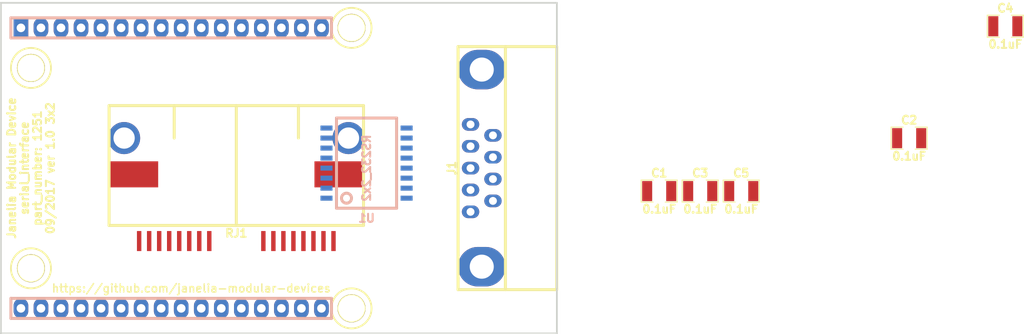
<source format=kicad_pcb>
(kicad_pcb (version 20170123) (host pcbnew no-vcs-found-66b654f~60~ubuntu16.04.1)

  (general
    (thickness 1.6)
    (drawings 6)
    (tracks 0)
    (zones 0)
    (modules 9)
    (nets 32)
  )

  (page A4)
  (title_block
    (title serial_interface_3x2)
    (rev 1.0)
  )

  (layers
    (0 F.Cu signal)
    (31 B.Cu signal)
    (32 B.Adhes user)
    (33 F.Adhes user)
    (34 B.Paste user)
    (35 F.Paste user)
    (36 B.SilkS user)
    (37 F.SilkS user)
    (38 B.Mask user)
    (39 F.Mask user)
    (40 Dwgs.User user hide)
    (41 Cmts.User user)
    (42 Eco1.User user)
    (43 Eco2.User user)
    (44 Edge.Cuts user)
    (45 Margin user)
    (46 B.CrtYd user)
    (47 F.CrtYd user)
    (48 B.Fab user)
    (49 F.Fab user hide)
  )

  (setup
    (last_trace_width 0.25)
    (trace_clearance 0.0254)
    (zone_clearance 0.2032)
    (zone_45_only no)
    (trace_min 0.254)
    (segment_width 0.2286)
    (edge_width 0.2286)
    (via_size 0.889)
    (via_drill 0.635)
    (via_min_size 0.889)
    (via_min_drill 0.508)
    (uvia_size 0.508)
    (uvia_drill 0.127)
    (uvias_allowed no)
    (uvia_min_size 0.508)
    (uvia_min_drill 0.127)
    (pcb_text_width 0.3)
    (pcb_text_size 1.5 1.5)
    (mod_edge_width 0.381)
    (mod_text_size 1 1)
    (mod_text_width 0.15)
    (pad_size 1.016 4.4958)
    (pad_drill 0)
    (pad_to_mask_clearance 0)
    (aux_axis_origin 0 0)
    (visible_elements FFFFF77F)
    (pcbplotparams
      (layerselection 0x000f0_ffffffff)
      (usegerberextensions true)
      (usegerberattributes true)
      (usegerberadvancedattributes true)
      (creategerberjobfile true)
      (excludeedgelayer false)
      (linewidth 0.100000)
      (plotframeref false)
      (viasonmask false)
      (mode 1)
      (useauxorigin false)
      (hpglpennumber 1)
      (hpglpenspeed 20)
      (hpglpendiameter 15)
      (psnegative false)
      (psa4output false)
      (plotreference true)
      (plotvalue true)
      (plotinvisibletext false)
      (padsonsilk false)
      (subtractmaskfromsilk true)
      (outputformat 1)
      (mirror false)
      (drillshape 0)
      (scaleselection 1)
      (outputdirectory gerbers/))
  )

  (net 0 "")
  (net 1 "Net-(C1-Pad2)")
  (net 2 "Net-(C1-Pad1)")
  (net 3 "Net-(C2-Pad1)")
  (net 4 "Net-(C2-Pad2)")
  (net 5 "Net-(C3-Pad1)")
  (net 6 GND)
  (net 7 "Net-(C4-Pad1)")
  (net 8 +3V3)
  (net 9 /TD)
  (net 10 /RD)
  (net 11 /TX2)
  (net 12 /RX2)
  (net 13 "Net-(U1-Pad7)")
  (net 14 "Net-(U1-Pad8)")
  (net 15 "Net-(U1-Pad9)")
  (net 16 "Net-(RJ1-Pad16)")
  (net 17 "Net-(RJ1-Pad15)")
  (net 18 "Net-(RJ1-Pad14)")
  (net 19 "Net-(RJ1-Pad13)")
  (net 20 "Net-(RJ1-Pad12)")
  (net 21 "Net-(RJ1-Pad11)")
  (net 22 "Net-(RJ1-Pad10)")
  (net 23 "Net-(RJ1-Pad9)")
  (net 24 "Net-(RJ1-Pad8)")
  (net 25 "Net-(RJ1-Pad7)")
  (net 26 "Net-(RJ1-Pad6)")
  (net 27 "Net-(RJ1-Pad5)")
  (net 28 "Net-(RJ1-Pad4)")
  (net 29 "Net-(RJ1-Pad3)")
  (net 30 "Net-(RJ1-Pad2)")
  (net 31 "Net-(RJ1-Pad1)")

  (net_class Default "This is the default net class."
    (clearance 0.0254)
    (trace_width 0.25)
    (via_dia 0.889)
    (via_drill 0.635)
    (uvia_dia 0.508)
    (uvia_drill 0.127)
    (add_net +3V3)
    (add_net /RD)
    (add_net /RX2)
    (add_net /TD)
    (add_net /TX2)
    (add_net GND)
    (add_net "Net-(C1-Pad1)")
    (add_net "Net-(C1-Pad2)")
    (add_net "Net-(C2-Pad1)")
    (add_net "Net-(C2-Pad2)")
    (add_net "Net-(C3-Pad1)")
    (add_net "Net-(C4-Pad1)")
    (add_net "Net-(RJ1-Pad1)")
    (add_net "Net-(RJ1-Pad10)")
    (add_net "Net-(RJ1-Pad11)")
    (add_net "Net-(RJ1-Pad12)")
    (add_net "Net-(RJ1-Pad13)")
    (add_net "Net-(RJ1-Pad14)")
    (add_net "Net-(RJ1-Pad15)")
    (add_net "Net-(RJ1-Pad16)")
    (add_net "Net-(RJ1-Pad2)")
    (add_net "Net-(RJ1-Pad3)")
    (add_net "Net-(RJ1-Pad4)")
    (add_net "Net-(RJ1-Pad5)")
    (add_net "Net-(RJ1-Pad6)")
    (add_net "Net-(RJ1-Pad7)")
    (add_net "Net-(RJ1-Pad8)")
    (add_net "Net-(RJ1-Pad9)")
    (add_net "Net-(U1-Pad7)")
    (add_net "Net-(U1-Pad8)")
    (add_net "Net-(U1-Pad9)")
  )

  (net_class GND ""
    (clearance 0.1016)
    (trace_width 0.4064)
    (via_dia 0.889)
    (via_drill 0.635)
    (uvia_dia 0.508)
    (uvia_drill 0.127)
    (diff_pair_gap 0.254)
    (diff_pair_width 0.254)
  )

  (net_class LEDPOWER ""
    (clearance 0.254)
    (trace_width 0.6096)
    (via_dia 0.889)
    (via_drill 0.635)
    (uvia_dia 0.508)
    (uvia_drill 0.127)
    (diff_pair_gap 0.254)
    (diff_pair_width 0.254)
  )

  (net_class POWER ""
    (clearance 0.254)
    (trace_width 0.8128)
    (via_dia 0.889)
    (via_drill 0.635)
    (uvia_dia 0.508)
    (uvia_drill 0.127)
    (diff_pair_gap 0.254)
    (diff_pair_width 0.254)
  )

  (net_class SIGNAL ""
    (clearance 0.1016)
    (trace_width 0.4064)
    (via_dia 0.889)
    (via_drill 0.635)
    (uvia_dia 0.508)
    (uvia_drill 0.127)
    (diff_pair_gap 0.254)
    (diff_pair_width 0.254)
  )

  (net_class SUPERPOWER ""
    (clearance 0.254)
    (trace_width 1.2192)
    (via_dia 0.889)
    (via_drill 0.635)
    (uvia_dia 0.508)
    (uvia_drill 0.127)
    (diff_pair_gap 0.254)
    (diff_pair_width 0.254)
  )

  (module serial_interface_3x2:SOIC_16 (layer B.Cu) (tedit 59BC1750) (tstamp 59BCACCA)
    (at 132.08 88.9)
    (path /59BC4175)
    (solder_mask_margin 0.1016)
    (clearance 0.1016)
    (fp_text reference U1 (at 0 6.35) (layer B.SilkS)
      (effects (font (size 1.016 1.016) (thickness 0.254)) (justify mirror))
    )
    (fp_text value RS232_2x2 (at 0 0 270) (layer B.SilkS)
      (effects (font (size 1.016 1.016) (thickness 0.254)) (justify mirror))
    )
    (fp_line (start 3.81 5.08) (end -3.81 5.08) (layer B.SilkS) (width 0.381))
    (fp_line (start 3.81 -6.35) (end 3.81 5.08) (layer B.SilkS) (width 0.381))
    (fp_line (start -3.81 -6.35) (end 3.81 -6.35) (layer B.SilkS) (width 0.381))
    (fp_line (start -3.81 5.08) (end -3.81 -6.35) (layer B.SilkS) (width 0.381))
    (fp_circle (center -2.54 3.81) (end -2.54 4.445) (layer B.SilkS) (width 0.381))
    (pad 16 smd rect (at 5.08 3.81) (size 1.524 0.635) (layers B.Cu B.Paste B.Mask)
      (net 8 +3V3))
    (pad 15 smd rect (at 5.08 2.54) (size 1.524 0.635) (layers B.Cu B.Paste B.Mask)
      (net 6 GND))
    (pad 14 smd rect (at 5.08 1.27) (size 1.524 0.635) (layers B.Cu B.Paste B.Mask)
      (net 9 /TD))
    (pad 13 smd rect (at 5.08 0) (size 1.524 0.635) (layers B.Cu B.Paste B.Mask)
      (net 10 /RD))
    (pad 12 smd rect (at 5.08 -1.27) (size 1.524 0.635) (layers B.Cu B.Paste B.Mask)
      (net 12 /RX2))
    (pad 11 smd rect (at 5.08 -2.54) (size 1.524 0.635) (layers B.Cu B.Paste B.Mask)
      (net 11 /TX2))
    (pad 10 smd rect (at 5.08 -3.81) (size 1.524 0.635) (layers B.Cu B.Paste B.Mask)
      (net 6 GND))
    (pad 9 smd rect (at 5.08 -5.08) (size 1.524 0.635) (layers B.Cu B.Paste B.Mask)
      (net 15 "Net-(U1-Pad9)"))
    (pad 8 smd rect (at -5.08 -5.08) (size 1.524 0.635) (layers B.Cu B.Paste B.Mask)
      (net 14 "Net-(U1-Pad8)"))
    (pad 7 smd rect (at -5.08 -3.81) (size 1.524 0.635) (layers B.Cu B.Paste B.Mask)
      (net 13 "Net-(U1-Pad7)"))
    (pad 6 smd rect (at -5.08 -2.54) (size 1.524 0.635) (layers B.Cu B.Paste B.Mask)
      (net 7 "Net-(C4-Pad1)"))
    (pad 5 smd rect (at -5.08 -1.27) (size 1.524 0.635) (layers B.Cu B.Paste B.Mask)
      (net 4 "Net-(C2-Pad2)"))
    (pad 4 smd rect (at -5.08 0) (size 1.524 0.635) (layers B.Cu B.Paste B.Mask)
      (net 3 "Net-(C2-Pad1)"))
    (pad 3 smd rect (at -5.08 1.27) (size 1.524 0.635) (layers B.Cu B.Paste B.Mask)
      (net 1 "Net-(C1-Pad2)"))
    (pad 2 smd rect (at -5.08 2.54) (size 1.524 0.635) (layers B.Cu B.Paste B.Mask)
      (net 5 "Net-(C3-Pad1)"))
    (pad 1 smd rect (at -5.08 3.81) (size 1.524 0.635) (layers B.Cu B.Paste B.Mask)
      (net 2 "Net-(C1-Pad1)"))
  )

  (module serial_interface_3x2:MODULAR_DEVICE_BASE_3X2_MALE (layer F.Cu) (tedit 59284650) (tstamp 589B69A7)
    (at 107.315 88.9)
    (path /589B6745)
    (fp_text reference MDB1 (at 0 0) (layer F.SilkS) hide
      (effects (font (size 1.016 1.016) (thickness 0.254)))
    )
    (fp_text value MODULAR_DEVICE_BASE_3X2_MALE (at 0 2.54) (layer F.SilkS) hide
      (effects (font (thickness 0.3048)))
    )
    (fp_line (start 48.895 -20.955) (end -21.59 -20.955) (layer F.Fab) (width 0.2286))
    (fp_line (start 48.895 20.955) (end 48.895 -20.955) (layer F.Fab) (width 0.2286))
    (fp_line (start -21.59 20.955) (end 48.895 20.955) (layer F.Fab) (width 0.2286))
    (fp_line (start -21.59 -20.955) (end -21.59 20.955) (layer F.Fab) (width 0.2286))
    (fp_line (start 20.32 -19.05) (end -20.32 -19.05) (layer B.SilkS) (width 0.381))
    (fp_line (start 20.32 -16.51) (end 20.32 -19.05) (layer B.SilkS) (width 0.381))
    (fp_line (start -20.32 -16.51) (end 20.32 -16.51) (layer B.SilkS) (width 0.381))
    (fp_line (start -20.32 -19.05) (end -20.32 -16.51) (layer B.SilkS) (width 0.381))
    (fp_line (start 20.32 16.51) (end -20.32 16.51) (layer B.SilkS) (width 0.381))
    (fp_line (start 20.32 19.05) (end 20.32 16.51) (layer B.SilkS) (width 0.381))
    (fp_line (start -20.32 19.05) (end 20.32 19.05) (layer B.SilkS) (width 0.381))
    (fp_line (start -20.32 16.51) (end -20.32 19.05) (layer B.SilkS) (width 0.381))
    (fp_circle (center 22.86 -17.78) (end 25.4 -17.78) (layer F.SilkS) (width 0.2286))
    (fp_circle (center 22.86 17.78) (end 25.4 17.78) (layer F.SilkS) (width 0.2286))
    (fp_circle (center -17.78 12.7) (end -15.24 12.7) (layer F.SilkS) (width 0.2286))
    (fp_circle (center -17.78 -12.7) (end -15.24 -12.7) (layer F.SilkS) (width 0.2286))
    (pad "" thru_hole circle (at 22.86 -17.78) (size 3.556 3.556) (drill 3.302) (layers *.Cu *.Mask F.SilkS))
    (pad "" thru_hole circle (at 22.86 17.78) (size 3.556 3.556) (drill 3.302) (layers *.Cu *.Mask F.SilkS))
    (pad "" thru_hole circle (at -17.78 12.7) (size 3.556 3.556) (drill 3.302) (layers *.Cu *.Mask F.SilkS))
    (pad "" thru_hole circle (at -17.78 -12.7) (size 3.556 3.556) (drill 3.302) (layers *.Cu *.Mask F.SilkS))
    (pad AREF thru_hole oval (at -19.05 17.78) (size 1.8542 2.54) (drill 1.0922) (layers *.Cu *.Mask))
    (pad VEE thru_hole oval (at -16.51 17.78) (size 1.8542 2.54) (drill 1.0922) (layers *.Cu *.Mask))
    (pad AGND thru_hole oval (at -13.97 17.78) (size 1.8542 2.54) (drill 1.0922) (layers *.Cu *.Mask))
    (pad 3V3 thru_hole oval (at -11.43 17.78) (size 1.8542 2.54) (drill 1.0922) (layers *.Cu *.Mask)
      (net 8 +3V3))
    (pad 23 thru_hole oval (at -8.89 17.78) (size 1.8542 2.54) (drill 1.0922) (layers *.Cu *.Mask))
    (pad 22 thru_hole oval (at -6.35 17.78) (size 1.8542 2.54) (drill 1.0922) (layers *.Cu *.Mask))
    (pad 21 thru_hole oval (at -3.81 17.78) (size 1.8542 2.54) (drill 1.0922) (layers *.Cu *.Mask))
    (pad 20 thru_hole oval (at -1.27 17.78) (size 1.8542 2.54) (drill 1.0922) (layers *.Cu *.Mask))
    (pad 19 thru_hole oval (at 1.27 17.78) (size 1.8542 2.54) (drill 1.0922) (layers *.Cu *.Mask))
    (pad 18 thru_hole oval (at 3.81 17.78) (size 1.8542 2.54) (drill 1.0922) (layers *.Cu *.Mask))
    (pad 17 thru_hole oval (at 6.35 17.78) (size 1.8542 2.54) (drill 1.0922) (layers *.Cu *.Mask))
    (pad 16 thru_hole oval (at 8.89 17.78) (size 1.8542 2.54) (drill 1.0922) (layers *.Cu *.Mask))
    (pad 15 thru_hole oval (at 11.43 17.78) (size 1.8542 2.54) (drill 1.0922) (layers *.Cu *.Mask))
    (pad 14 thru_hole oval (at 13.97 17.78) (size 1.8542 2.54) (drill 1.0922) (layers *.Cu *.Mask))
    (pad 13 thru_hole oval (at 16.51 17.78) (size 1.8542 2.54) (drill 1.0922) (layers *.Cu *.Mask))
    (pad DAC thru_hole oval (at 19.05 17.78) (size 1.8542 2.54) (drill 1.0922) (layers *.Cu *.Mask))
    (pad 28 thru_hole oval (at 19.05 -17.78) (size 1.8542 2.54) (drill 1.0922) (layers *.Cu *.Mask))
    (pad 12 thru_hole oval (at 16.51 -17.78) (size 1.8542 2.54) (drill 1.0922) (layers *.Cu *.Mask))
    (pad 11 thru_hole oval (at 13.97 -17.78) (size 1.8542 2.54) (drill 1.0922) (layers *.Cu *.Mask))
    (pad 10 thru_hole oval (at 11.43 -17.78) (size 1.8542 2.54) (drill 1.0922) (layers *.Cu *.Mask)
      (net 11 /TX2))
    (pad 9 thru_hole oval (at 8.89 -17.78) (size 1.8542 2.54) (drill 1.0922) (layers *.Cu *.Mask)
      (net 12 /RX2))
    (pad 29 thru_hole oval (at 6.35 -17.78) (size 1.8542 2.54) (drill 1.0922) (layers *.Cu *.Mask))
    (pad 30 thru_hole oval (at 3.81 -17.78) (size 1.8542 2.54) (drill 1.0922) (layers *.Cu *.Mask))
    (pad 6 thru_hole oval (at 1.27 -17.78) (size 1.8542 2.54) (drill 1.0922) (layers *.Cu *.Mask))
    (pad 5 thru_hole oval (at -1.27 -17.78) (size 1.8542 2.54) (drill 1.0922) (layers *.Cu *.Mask))
    (pad 4 thru_hole oval (at -3.81 -17.78) (size 1.8542 2.54) (drill 1.0922) (layers *.Cu *.Mask))
    (pad 3 thru_hole oval (at -6.35 -17.78) (size 1.8542 2.54) (drill 1.0922) (layers *.Cu *.Mask))
    (pad 2 thru_hole oval (at -8.89 -17.78) (size 1.8542 2.54) (drill 1.0922) (layers *.Cu *.Mask))
    (pad 25 thru_hole oval (at -11.43 -17.78) (size 1.8542 2.54) (drill 1.0922) (layers *.Cu *.Mask))
    (pad VDD thru_hole rect (at -19.05 -17.78) (size 1.8542 2.54) (drill 1.0922) (layers *.Cu *.Mask))
    (pad 24 thru_hole oval (at -13.97 -17.78) (size 1.8542 2.54) (drill 1.0922) (layers *.Cu *.Mask))
    (pad GND thru_hole oval (at -16.51 -17.78) (size 1.8542 2.54) (drill 1.0922) (layers *.Cu *.Mask)
      (net 6 GND))
  )

  (module serial_interface_3x2:SM1210 (layer F.Cu) (tedit 5481F170) (tstamp 59BCAC6A)
    (at 169.181802 91.811719)
    (tags "CMS SM")
    (path /59BC4F0D)
    (attr smd)
    (fp_text reference C1 (at 0 -2.286) (layer F.SilkS)
      (effects (font (size 1.016 1.016) (thickness 0.254)))
    )
    (fp_text value 0.1uF (at 0 2.286) (layer F.SilkS)
      (effects (font (size 1.016 1.016) (thickness 0.254)))
    )
    (fp_line (start 2.286 -1.397) (end 0.762 -1.397) (layer F.SilkS) (width 0.127))
    (fp_line (start 2.286 1.397) (end 2.286 -1.397) (layer F.SilkS) (width 0.127))
    (fp_line (start 0.762 1.397) (end 2.286 1.397) (layer F.SilkS) (width 0.127))
    (fp_line (start -2.286 1.397) (end -0.762 1.397) (layer F.SilkS) (width 0.127))
    (fp_line (start -2.286 -1.397) (end -2.286 1.397) (layer F.SilkS) (width 0.127))
    (fp_line (start -0.762 -1.397) (end -2.286 -1.397) (layer F.SilkS) (width 0.127))
    (pad 2 smd rect (at 1.524 0) (size 1.27 2.54) (layers F.Cu F.Paste F.Mask)
      (net 1 "Net-(C1-Pad2)"))
    (pad 1 smd rect (at -1.524 0) (size 1.27 2.54) (layers F.Cu F.Paste F.Mask)
      (net 2 "Net-(C1-Pad1)"))
    (model smd/chip_cms.wrl
      (at (xyz 0 0 0))
      (scale (xyz 0.17 0.2 0.17))
      (rotate (xyz 0 0 0))
    )
  )

  (module serial_interface_3x2:SM1210 (layer F.Cu) (tedit 5481F170) (tstamp 59BCAC76)
    (at 200.871802 85.101719)
    (tags "CMS SM")
    (path /59BC505A)
    (attr smd)
    (fp_text reference C2 (at 0 -2.286) (layer F.SilkS)
      (effects (font (size 1.016 1.016) (thickness 0.254)))
    )
    (fp_text value 0.1uF (at 0 2.286) (layer F.SilkS)
      (effects (font (size 1.016 1.016) (thickness 0.254)))
    )
    (fp_line (start -0.762 -1.397) (end -2.286 -1.397) (layer F.SilkS) (width 0.127))
    (fp_line (start -2.286 -1.397) (end -2.286 1.397) (layer F.SilkS) (width 0.127))
    (fp_line (start -2.286 1.397) (end -0.762 1.397) (layer F.SilkS) (width 0.127))
    (fp_line (start 0.762 1.397) (end 2.286 1.397) (layer F.SilkS) (width 0.127))
    (fp_line (start 2.286 1.397) (end 2.286 -1.397) (layer F.SilkS) (width 0.127))
    (fp_line (start 2.286 -1.397) (end 0.762 -1.397) (layer F.SilkS) (width 0.127))
    (pad 1 smd rect (at -1.524 0) (size 1.27 2.54) (layers F.Cu F.Paste F.Mask)
      (net 3 "Net-(C2-Pad1)"))
    (pad 2 smd rect (at 1.524 0) (size 1.27 2.54) (layers F.Cu F.Paste F.Mask)
      (net 4 "Net-(C2-Pad2)"))
    (model smd/chip_cms.wrl
      (at (xyz 0 0 0))
      (scale (xyz 0.17 0.2 0.17))
      (rotate (xyz 0 0 0))
    )
  )

  (module serial_interface_3x2:SM1210 (layer F.Cu) (tedit 5481F170) (tstamp 59BCAC82)
    (at 174.381802 91.811719)
    (tags "CMS SM")
    (path /59BC4A11)
    (attr smd)
    (fp_text reference C3 (at 0 -2.286) (layer F.SilkS)
      (effects (font (size 1.016 1.016) (thickness 0.254)))
    )
    (fp_text value 0.1uF (at 0 2.286) (layer F.SilkS)
      (effects (font (size 1.016 1.016) (thickness 0.254)))
    )
    (fp_line (start -0.762 -1.397) (end -2.286 -1.397) (layer F.SilkS) (width 0.127))
    (fp_line (start -2.286 -1.397) (end -2.286 1.397) (layer F.SilkS) (width 0.127))
    (fp_line (start -2.286 1.397) (end -0.762 1.397) (layer F.SilkS) (width 0.127))
    (fp_line (start 0.762 1.397) (end 2.286 1.397) (layer F.SilkS) (width 0.127))
    (fp_line (start 2.286 1.397) (end 2.286 -1.397) (layer F.SilkS) (width 0.127))
    (fp_line (start 2.286 -1.397) (end 0.762 -1.397) (layer F.SilkS) (width 0.127))
    (pad 1 smd rect (at -1.524 0) (size 1.27 2.54) (layers F.Cu F.Paste F.Mask)
      (net 5 "Net-(C3-Pad1)"))
    (pad 2 smd rect (at 1.524 0) (size 1.27 2.54) (layers F.Cu F.Paste F.Mask)
      (net 6 GND))
    (model smd/chip_cms.wrl
      (at (xyz 0 0 0))
      (scale (xyz 0.17 0.2 0.17))
      (rotate (xyz 0 0 0))
    )
  )

  (module serial_interface_3x2:SM1210 (layer F.Cu) (tedit 5481F170) (tstamp 59BCAC8E)
    (at 213.061802 70.911719)
    (tags "CMS SM")
    (path /59BC4AE9)
    (attr smd)
    (fp_text reference C4 (at 0 -2.286) (layer F.SilkS)
      (effects (font (size 1.016 1.016) (thickness 0.254)))
    )
    (fp_text value 0.1uF (at 0 2.286) (layer F.SilkS)
      (effects (font (size 1.016 1.016) (thickness 0.254)))
    )
    (fp_line (start 2.286 -1.397) (end 0.762 -1.397) (layer F.SilkS) (width 0.127))
    (fp_line (start 2.286 1.397) (end 2.286 -1.397) (layer F.SilkS) (width 0.127))
    (fp_line (start 0.762 1.397) (end 2.286 1.397) (layer F.SilkS) (width 0.127))
    (fp_line (start -2.286 1.397) (end -0.762 1.397) (layer F.SilkS) (width 0.127))
    (fp_line (start -2.286 -1.397) (end -2.286 1.397) (layer F.SilkS) (width 0.127))
    (fp_line (start -0.762 -1.397) (end -2.286 -1.397) (layer F.SilkS) (width 0.127))
    (pad 2 smd rect (at 1.524 0) (size 1.27 2.54) (layers F.Cu F.Paste F.Mask)
      (net 6 GND))
    (pad 1 smd rect (at -1.524 0) (size 1.27 2.54) (layers F.Cu F.Paste F.Mask)
      (net 7 "Net-(C4-Pad1)"))
    (model smd/chip_cms.wrl
      (at (xyz 0 0 0))
      (scale (xyz 0.17 0.2 0.17))
      (rotate (xyz 0 0 0))
    )
  )

  (module serial_interface_3x2:SM1210 (layer F.Cu) (tedit 5481F170) (tstamp 59BCAC9A)
    (at 179.581802 91.811719)
    (tags "CMS SM")
    (path /59BC4B83)
    (attr smd)
    (fp_text reference C5 (at 0 -2.286) (layer F.SilkS)
      (effects (font (size 1.016 1.016) (thickness 0.254)))
    )
    (fp_text value 0.1uF (at 0 2.286) (layer F.SilkS)
      (effects (font (size 1.016 1.016) (thickness 0.254)))
    )
    (fp_line (start -0.762 -1.397) (end -2.286 -1.397) (layer F.SilkS) (width 0.127))
    (fp_line (start -2.286 -1.397) (end -2.286 1.397) (layer F.SilkS) (width 0.127))
    (fp_line (start -2.286 1.397) (end -0.762 1.397) (layer F.SilkS) (width 0.127))
    (fp_line (start 0.762 1.397) (end 2.286 1.397) (layer F.SilkS) (width 0.127))
    (fp_line (start 2.286 1.397) (end 2.286 -1.397) (layer F.SilkS) (width 0.127))
    (fp_line (start 2.286 -1.397) (end 0.762 -1.397) (layer F.SilkS) (width 0.127))
    (pad 1 smd rect (at -1.524 0) (size 1.27 2.54) (layers F.Cu F.Paste F.Mask)
      (net 8 +3V3))
    (pad 2 smd rect (at 1.524 0) (size 1.27 2.54) (layers F.Cu F.Paste F.Mask)
      (net 6 GND))
    (model smd/chip_cms.wrl
      (at (xyz 0 0 0))
      (scale (xyz 0.17 0.2 0.17))
      (rotate (xyz 0 0 0))
    )
  )

  (module serial_interface_3x2:DB9M_RA (layer F.Cu) (tedit 59BBEFF5) (tstamp 59BCACB1)
    (at 146.685 88.9 90)
    (path /59BC00B8)
    (fp_text reference J1 (at 0 -3.81 90) (layer F.SilkS)
      (effects (font (size 1.016 1.016) (thickness 0.254)))
    )
    (fp_text value DB9M_RA (at 0 4.445 90) (layer F.Fab)
      (effects (font (size 1.016 1.016) (thickness 0.254)))
    )
    (fp_line (start -15.405 -3) (end 15.405 -3) (layer F.SilkS) (width 0.381))
    (fp_line (start -15.405 -3) (end -15.405 9.5) (layer F.SilkS) (width 0.381))
    (fp_line (start -15.405 3) (end 15.405 3) (layer F.SilkS) (width 0.381))
    (fp_line (start 15.405 -3) (end 15.405 9.5) (layer F.SilkS) (width 0.381))
    (fp_line (start -15.405 9.5) (end 15.405 9.5) (layer F.SilkS) (width 0.381))
    (fp_line (start 8.46 15.6) (end 8.46 9.5) (layer F.Fab) (width 0.381))
    (fp_line (start -8.46 15.6) (end 8.46 15.6) (layer F.Fab) (width 0.381))
    (fp_line (start -8.46 9.5) (end -8.46 15.6) (layer F.Fab) (width 0.381))
    (pad 9 thru_hole oval (at 4.155 1.42 90) (size 1.6 2.2) (drill 1) (layers *.Cu *.Mask))
    (pad 8 thru_hole oval (at 1.385 1.42 90) (size 1.6 2.2) (drill 1) (layers *.Cu *.Mask))
    (pad 7 thru_hole oval (at -1.385 1.42 90) (size 1.6 2.2) (drill 1) (layers *.Cu *.Mask))
    (pad 6 thru_hole oval (at -4.155 1.42 90) (size 1.6 2.2) (drill 1) (layers *.Cu *.Mask))
    (pad 5 thru_hole oval (at 5.54 -1.42 90) (size 1.6 2.2) (drill 1) (layers *.Cu *.Mask)
      (net 6 GND))
    (pad 4 thru_hole oval (at 2.77 -1.42 90) (size 1.6 2.2) (drill 1) (layers *.Cu *.Mask))
    (pad 3 thru_hole oval (at 0 -1.42 90) (size 1.6 2.2) (drill 1) (layers *.Cu *.Mask)
      (net 9 /TD))
    (pad 2 thru_hole oval (at -2.77 -1.42 90) (size 1.6 2.2) (drill 1) (layers *.Cu *.Mask)
      (net 10 /RD))
    (pad 1 thru_hole oval (at -5.54 -1.42 90) (size 1.6 2.2) (drill 1) (layers *.Cu *.Mask))
    (pad "" thru_hole oval (at 12.492 0 90) (size 5 6) (drill 3.05) (layers *.Cu *.Mask))
    (pad "" thru_hole oval (at -12.495 0 90) (size 5 6) (drill 3.05) (layers *.Cu *.Mask))
  )

  (module serial_interface_3x2:RJ45_8P8C_2PORT_1ROW_RA_SMD (layer F.Cu) (tedit 59BC2C56) (tstamp 59BD05F0)
    (at 115.57 85.09 180)
    (path /59BC881E)
    (fp_text reference RJ1 (at 0 -12.065 180) (layer F.SilkS)
      (effects (font (size 1.016 1.016) (thickness 0.254)))
    )
    (fp_text value RJ45_8P8C_2PORT_1ROW_RA_SMD (at 0 -8.255 180) (layer F.Fab)
      (effects (font (size 1.016 1.016) (thickness 0.254)))
    )
    (fp_line (start -16.129 4.1148) (end 16.129 4.1148) (layer F.SilkS) (width 0.381))
    (fp_line (start -16.129 -11.0744) (end 16.129 -11.0744) (layer F.SilkS) (width 0.381))
    (fp_line (start -16.129 -11.0744) (end -16.129 4.1148) (layer F.SilkS) (width 0.381))
    (fp_line (start 16.129 -11.0744) (end 16.129 4.1148) (layer F.SilkS) (width 0.381))
    (fp_line (start 0 -11.0744) (end 0 4.1148) (layer F.SilkS) (width 0.381))
    (fp_line (start 7.874 4.1148) (end 7.874 0) (layer F.SilkS) (width 0.381))
    (fp_line (start -7.874 4.1148) (end -7.874 0) (layer F.SilkS) (width 0.381))
    (pad 16 smd rect (at -12.319 -13.0556 180) (size 0.5588 2.54) (layers F.Cu F.Paste F.Mask)
      (net 16 "Net-(RJ1-Pad16)"))
    (pad 15 smd rect (at -11.049 -13.0556 180) (size 0.5588 2.54) (layers F.Cu F.Paste F.Mask)
      (net 17 "Net-(RJ1-Pad15)"))
    (pad 14 smd rect (at -9.779 -13.0556 180) (size 0.5588 2.54) (layers F.Cu F.Paste F.Mask)
      (net 18 "Net-(RJ1-Pad14)"))
    (pad 13 smd rect (at -8.509 -13.0556 180) (size 0.5588 2.54) (layers F.Cu F.Paste F.Mask)
      (net 19 "Net-(RJ1-Pad13)"))
    (pad 12 smd rect (at -7.239 -13.0556 180) (size 0.5588 2.54) (layers F.Cu F.Paste F.Mask)
      (net 20 "Net-(RJ1-Pad12)"))
    (pad 11 smd rect (at -5.969 -13.0556 180) (size 0.5588 2.54) (layers F.Cu F.Paste F.Mask)
      (net 21 "Net-(RJ1-Pad11)"))
    (pad 10 smd rect (at -4.699 -13.0556 180) (size 0.5588 2.54) (layers F.Cu F.Paste F.Mask)
      (net 22 "Net-(RJ1-Pad10)"))
    (pad 9 smd rect (at -3.429 -13.0556 180) (size 0.5588 2.54) (layers F.Cu F.Paste F.Mask)
      (net 23 "Net-(RJ1-Pad9)"))
    (pad 8 smd rect (at 3.429 -13.0556 180) (size 0.5588 2.54) (layers F.Cu F.Paste F.Mask)
      (net 24 "Net-(RJ1-Pad8)"))
    (pad 7 smd rect (at 4.699 -13.0556 180) (size 0.5588 2.54) (layers F.Cu F.Paste F.Mask)
      (net 25 "Net-(RJ1-Pad7)"))
    (pad 6 smd rect (at 5.969 -13.0556 180) (size 0.5588 2.54) (layers F.Cu F.Paste F.Mask)
      (net 26 "Net-(RJ1-Pad6)"))
    (pad 5 smd rect (at 7.239 -13.0556 180) (size 0.5588 2.54) (layers F.Cu F.Paste F.Mask)
      (net 27 "Net-(RJ1-Pad5)"))
    (pad 4 smd rect (at 8.509 -13.0556 180) (size 0.5588 2.54) (layers F.Cu F.Paste F.Mask)
      (net 28 "Net-(RJ1-Pad4)"))
    (pad 3 smd rect (at 9.779 -13.0556 180) (size 0.5588 2.54) (layers F.Cu F.Paste F.Mask)
      (net 29 "Net-(RJ1-Pad3)"))
    (pad 2 smd rect (at 11.049 -13.0556 180) (size 0.5588 2.54) (layers F.Cu F.Paste F.Mask)
      (net 30 "Net-(RJ1-Pad2)"))
    (pad 1 smd rect (at 12.319 -13.0556 180) (size 0.5588 2.54) (layers F.Cu F.Paste F.Mask)
      (net 31 "Net-(RJ1-Pad1)"))
    (pad "" smd rect (at 13.0175 -4.5974 180) (size 6.223 3.302) (layers F.Cu F.Paste F.Mask))
    (pad "" smd rect (at -13.0175 -4.5974 180) (size 6.223 3.302) (layers F.Cu F.Paste F.Mask))
    (pad "" thru_hole circle (at 14.224 0 180) (size 4.064 4.064) (drill 2.6924) (layers *.Cu *.Mask))
    (pad "" thru_hole circle (at -14.224 0 180) (size 4.064 4.064) (drill 2.6924) (layers *.Cu *.Mask))
  )

  (gr_line (start 156.21 67.945) (end 85.725 67.945) (angle 90) (layer Edge.Cuts) (width 0.2286))
  (gr_line (start 156.21 109.855) (end 156.21 67.945) (angle 90) (layer Edge.Cuts) (width 0.2286))
  (gr_line (start 85.725 109.855) (end 156.21 109.855) (angle 90) (layer Edge.Cuts) (width 0.2286))
  (gr_line (start 85.725 67.945) (end 85.725 109.855) (angle 90) (layer Edge.Cuts) (width 0.2286))
  (gr_text https://github.com/janelia-modular-devices (at 109.855 104.14) (layer F.SilkS)
    (effects (font (size 1.016 1.016) (thickness 0.1905)))
  )
  (gr_text "Janelia Modular Device\nserial_interface\npart_number: 1251\n09/2017 ver 1.0 3x2" (at 89.535 88.9 90) (layer F.SilkS)
    (effects (font (size 1.016 1.016) (thickness 0.254)))
  )

)

</source>
